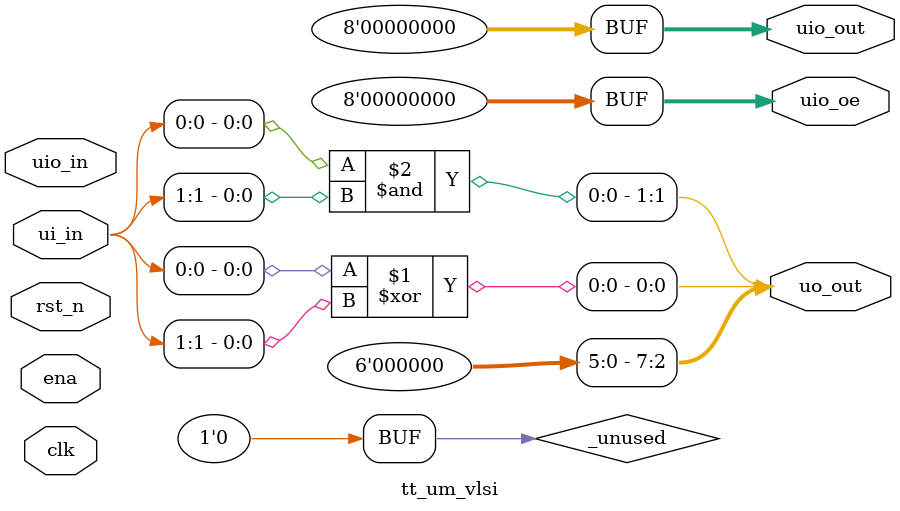
<source format=v>
/*
 * Copyright (c) 2024 Your Name
 * SPDX-License-Identifier: Apache-2.0
 */

`default_nettype none

module tt_um_vlsi (
    input  wire [7:0] ui_in,    // Dedicated inputs
    output wire [7:0] uo_out,   // Dedicated outputs
    input  wire [7:0] uio_in,   // IOs: Input path
    output wire [7:0] uio_out,  // IOs: Output path
    output wire [7:0] uio_oe,   // IOs: Enable path (active high: 0=input, 1=output)
    input  wire       ena,      // always 1 when the design is powered, so you can ignore it
    input  wire       clk,      // clock
    input  wire       rst_n     // reset_n - low to reset
);

  // All output pins must be assigned. If not used, assign to 0.
  //assign uo_out  = ui_in + uio_in;  // Example: ou_out is the sum of ui_in and uio_in
    assign uo_out[0] = ui_in[0] ^ ui_in[1];
    assign uo_out[1] = ui_in[0] & ui_in[1];
  assign uio_out = 0;
  assign uio_oe  = 0;
    assign uo_out[7:2]=6'b0;

  // List all unused inputs to prevent warnings
  wire _unused = &{ena, clk, rst_n, 1'b0};

endmodule

</source>
